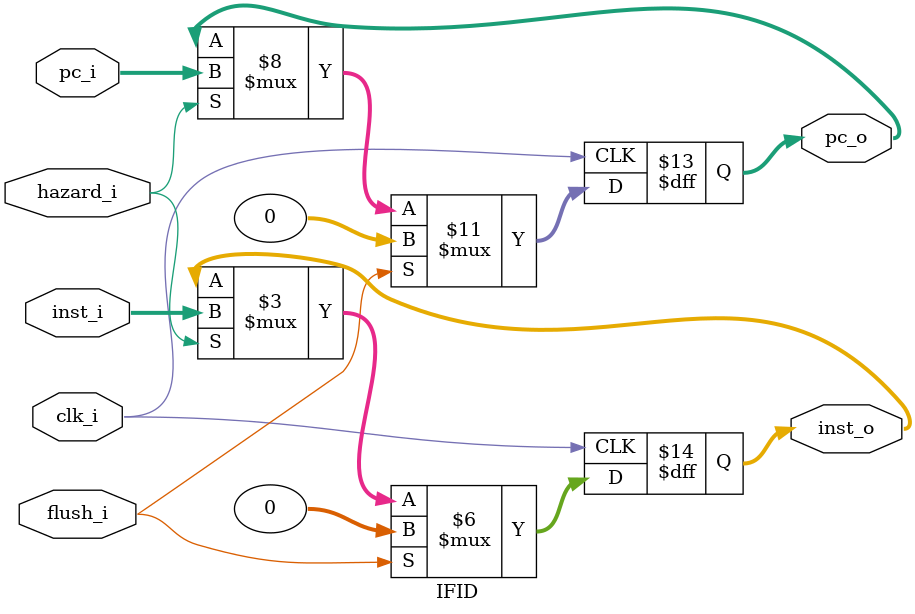
<source format=v>
module IFID
(
    clk_i,
	flush_i,
	hazard_i,
    pc_i,
	inst_i,
    pc_o,
	inst_o
);

// Ports
input               clk_i;
input               flush_i;
input               hazard_i;
input   [31:0]      pc_i;
input	[31:0]		inst_i;
output  [31:0]      pc_o;
output  [31:0]      inst_o;

// Wires & Registers
reg     [31:0]      pc_o;
reg     [31:0]      inst_o;

initial begin
#5
	pc_o = 0;
	inst_o = 0;
end

always@(posedge clk_i) begin
	if (flush_i) begin
		pc_o <= 0;
		inst_o <= 0;
	end
	else if(hazard_i) begin
		pc_o <= pc_i;
		inst_o <= inst_i;
	end
end

endmodule

</source>
